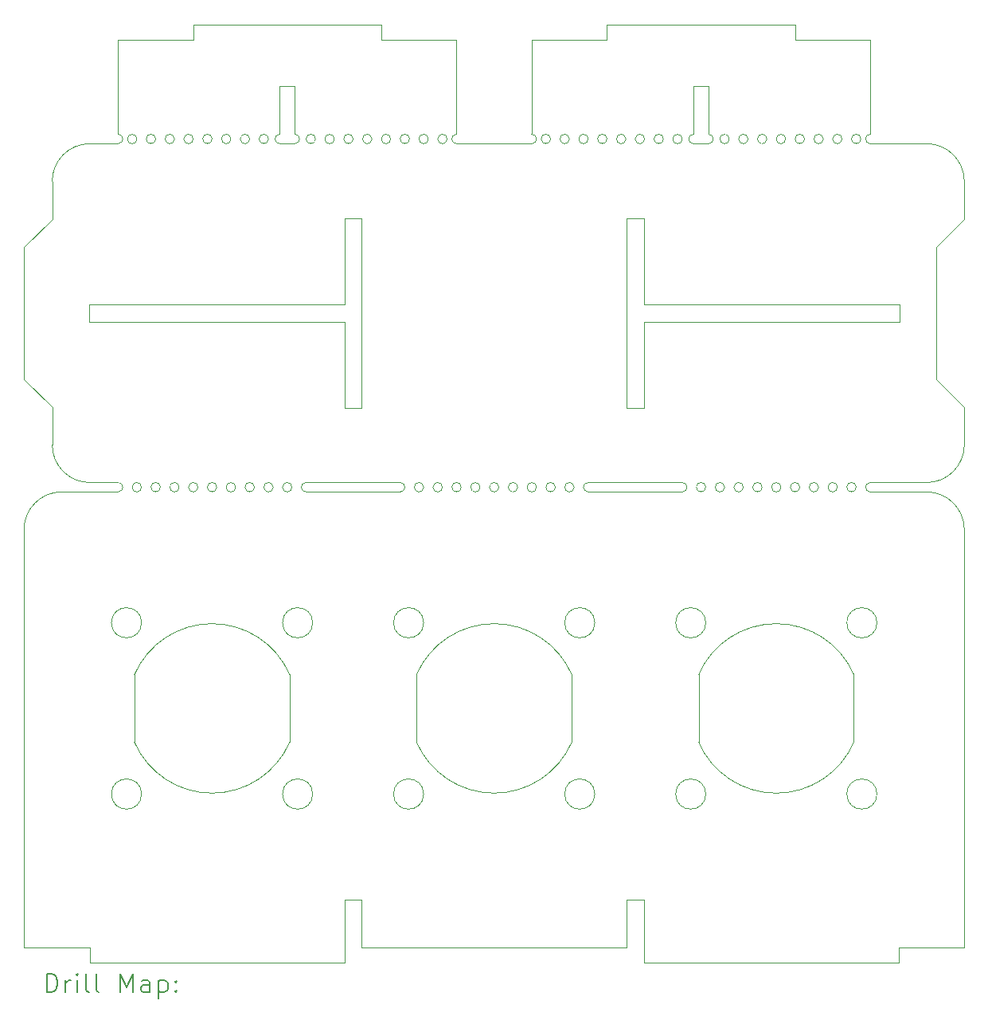
<source format=gbr>
%TF.GenerationSoftware,KiCad,Pcbnew,7.0.1-0*%
%TF.CreationDate,2023-04-27T22:29:53+08:00*%
%TF.ProjectId,antpanel,616e7470-616e-4656-9c2e-6b696361645f,Alpha 1*%
%TF.SameCoordinates,Original*%
%TF.FileFunction,Drillmap*%
%TF.FilePolarity,Positive*%
%FSLAX45Y45*%
G04 Gerber Fmt 4.5, Leading zero omitted, Abs format (unit mm)*
G04 Created by KiCad (PCBNEW 7.0.1-0) date 2023-04-27 22:29:53*
%MOMM*%
%LPD*%
G01*
G04 APERTURE LIST*
%ADD10C,0.100000*%
%ADD11C,0.200000*%
G04 APERTURE END LIST*
D10*
X14000000Y-10000000D02*
X13000000Y-10000000D01*
X15650000Y-9950000D02*
G75*
G03*
X15650000Y-9950000I-50000J0D01*
G01*
X16410000Y-14840000D02*
X13590000Y-14840000D01*
X13900000Y-6250000D02*
G75*
G03*
X13900000Y-6250000I-50000J0D01*
G01*
X16410000Y-7090000D02*
X16410000Y-9110000D01*
X14250000Y-9950000D02*
G75*
G03*
X14250000Y-9950000I-50000J0D01*
G01*
X19310000Y-8010000D02*
X16590000Y-8010000D01*
X13590000Y-7090000D02*
X13590000Y-9110000D01*
X11000000Y-5200000D02*
X11000000Y-6200000D01*
X16000000Y-6250000D02*
G75*
G03*
X16000000Y-6250000I-50000J0D01*
G01*
X10700000Y-6300000D02*
G75*
G03*
X10300000Y-6700000I0J-400000D01*
G01*
X13300000Y-6250000D02*
G75*
G03*
X13300000Y-6250000I-50000J0D01*
G01*
X15400000Y-5200000D02*
X15400000Y-6200000D01*
X14650000Y-9950000D02*
G75*
G03*
X14650000Y-9950000I-50000J0D01*
G01*
X12050000Y-9950000D02*
G75*
G03*
X12050000Y-9950000I-50000J0D01*
G01*
X18200000Y-5200000D02*
X18200000Y-5040000D01*
X17000000Y-9900000D02*
X16000000Y-9900000D01*
X14600000Y-6300000D02*
X15400000Y-6300000D01*
X19000000Y-5200000D02*
X19000000Y-6200000D01*
X10000000Y-8800000D02*
X10300000Y-9100000D01*
X17000000Y-6250000D02*
G75*
G03*
X17000000Y-6250000I-50000J0D01*
G01*
X17650000Y-9950000D02*
G75*
G03*
X17650000Y-9950000I-50000J0D01*
G01*
X10690000Y-8010000D02*
X10690000Y-8190000D01*
X16590000Y-7090000D02*
X16410000Y-7090000D01*
X13410000Y-9110000D02*
X13410000Y-8190000D01*
X12825000Y-11940000D02*
X12825000Y-12660000D01*
X17250000Y-11390000D02*
G75*
G03*
X17250000Y-11390000I-160000J0D01*
G01*
X16200000Y-5040000D02*
X16200000Y-5200000D01*
X15850000Y-9950000D02*
G75*
G03*
X15850000Y-9950000I-50000J0D01*
G01*
X20000000Y-6700000D02*
G75*
G03*
X19600000Y-6300000I-400000J0D01*
G01*
X13000000Y-9900000D02*
X14000000Y-9900000D01*
X12200000Y-6250000D02*
G75*
G03*
X12200000Y-6250000I-50000J0D01*
G01*
X13410000Y-8190000D02*
X10690000Y-8190000D01*
X10700000Y-6300000D02*
X11000000Y-6300000D01*
X11000000Y-6300000D02*
G75*
G03*
X11000000Y-6200000I0J50000D01*
G01*
X19000000Y-9900000D02*
G75*
G03*
X19000000Y-10000000I0J-50000D01*
G01*
X13410000Y-15000000D02*
X10700000Y-15000000D01*
X13410000Y-15000000D02*
X13410000Y-14330000D01*
X16590000Y-9110000D02*
X16590000Y-8190000D01*
X11175000Y-12660000D02*
G75*
G03*
X12825000Y-12660000I825000J360000D01*
G01*
X10700000Y-9900000D02*
X11000000Y-9900000D01*
X12825000Y-11940000D02*
G75*
G03*
X11175000Y-11940000I-825000J-360000D01*
G01*
X17700000Y-6250000D02*
G75*
G03*
X17700000Y-6250000I-50000J0D01*
G01*
X16400000Y-6250000D02*
G75*
G03*
X16400000Y-6250000I-50000J0D01*
G01*
X17250000Y-13210000D02*
G75*
G03*
X17250000Y-13210000I-160000J0D01*
G01*
X14250000Y-11390000D02*
G75*
G03*
X14250000Y-11390000I-160000J0D01*
G01*
X13700000Y-6250000D02*
G75*
G03*
X13700000Y-6250000I-50000J0D01*
G01*
X11850000Y-9950000D02*
G75*
G03*
X11850000Y-9950000I-50000J0D01*
G01*
X20000000Y-9500000D02*
X20000000Y-9100000D01*
X16600000Y-6250000D02*
G75*
G03*
X16600000Y-6250000I-50000J0D01*
G01*
X18250000Y-9950000D02*
G75*
G03*
X18250000Y-9950000I-50000J0D01*
G01*
X17900000Y-6250000D02*
G75*
G03*
X17900000Y-6250000I-50000J0D01*
G01*
X11450000Y-9950000D02*
G75*
G03*
X11450000Y-9950000I-50000J0D01*
G01*
X18500000Y-6250000D02*
G75*
G03*
X18500000Y-6250000I-50000J0D01*
G01*
X18050000Y-9950000D02*
G75*
G03*
X18050000Y-9950000I-50000J0D01*
G01*
X19700000Y-8800000D02*
X20000000Y-9100000D01*
X10400000Y-10000000D02*
G75*
G03*
X10000000Y-10400000I0J-400000D01*
G01*
X12720000Y-6200000D02*
X12720000Y-5690000D01*
X10300000Y-9500000D02*
G75*
G03*
X10700000Y-9900000I400000J0D01*
G01*
X13100000Y-6250000D02*
G75*
G03*
X13100000Y-6250000I-50000J0D01*
G01*
X19600000Y-6300000D02*
X19000000Y-6300000D01*
X18700000Y-6250000D02*
G75*
G03*
X18700000Y-6250000I-50000J0D01*
G01*
X19600000Y-9900000D02*
G75*
G03*
X20000000Y-9500000I0J400000D01*
G01*
X11250000Y-11390000D02*
G75*
G03*
X11250000Y-11390000I-160000J0D01*
G01*
X15400000Y-5200000D02*
X16200000Y-5200000D01*
X17175000Y-12660000D02*
G75*
G03*
X18825000Y-12660000I825000J360000D01*
G01*
X11250000Y-9950000D02*
G75*
G03*
X11250000Y-9950000I-50000J0D01*
G01*
X10700000Y-14840000D02*
X10000000Y-14840000D01*
X12880000Y-6300000D02*
G75*
G03*
X12880000Y-6200000I0J50000D01*
G01*
X11800000Y-6250000D02*
G75*
G03*
X11800000Y-6250000I-50000J0D01*
G01*
X14850000Y-9950000D02*
G75*
G03*
X14850000Y-9950000I-50000J0D01*
G01*
X13800000Y-5200000D02*
X13800000Y-5040000D01*
X18850000Y-9950000D02*
G75*
G03*
X18850000Y-9950000I-50000J0D01*
G01*
X19070000Y-13210000D02*
G75*
G03*
X19070000Y-13210000I-160000J0D01*
G01*
X11800000Y-5040000D02*
X13800000Y-5040000D01*
X15825000Y-11940000D02*
X15825000Y-12660000D01*
X13070000Y-11390000D02*
G75*
G03*
X13070000Y-11390000I-160000J0D01*
G01*
X15400000Y-6300000D02*
G75*
G03*
X15400000Y-6200000I0J50000D01*
G01*
X12720000Y-6300000D02*
X12880000Y-6300000D01*
X10300000Y-9500000D02*
X10300000Y-9100000D01*
X16410000Y-14330000D02*
X16590000Y-14330000D01*
X19000000Y-10000000D02*
X19600000Y-10000000D01*
X14175000Y-12660000D02*
G75*
G03*
X15825000Y-12660000I825000J360000D01*
G01*
X11000000Y-10000000D02*
G75*
G03*
X11000000Y-9900000I0J50000D01*
G01*
X10700000Y-15000000D02*
X10700000Y-14840000D01*
X17500000Y-6250000D02*
G75*
G03*
X17500000Y-6250000I-50000J0D01*
G01*
X12450000Y-9950000D02*
G75*
G03*
X12450000Y-9950000I-50000J0D01*
G01*
X10300000Y-7100000D02*
X10300000Y-6700000D01*
X15250000Y-9950000D02*
G75*
G03*
X15250000Y-9950000I-50000J0D01*
G01*
X14100000Y-6250000D02*
G75*
G03*
X14100000Y-6250000I-50000J0D01*
G01*
X16590000Y-15000000D02*
X16590000Y-14330000D01*
X16200000Y-5040000D02*
X18200000Y-5040000D01*
X16070000Y-13210000D02*
G75*
G03*
X16070000Y-13210000I-160000J0D01*
G01*
X17120000Y-6200000D02*
G75*
G03*
X17120000Y-6300000I0J-50000D01*
G01*
X16410000Y-14840000D02*
X16410000Y-14330000D01*
X12720000Y-5690000D02*
X12880000Y-5690000D01*
X17250000Y-9950000D02*
G75*
G03*
X17250000Y-9950000I-50000J0D01*
G01*
X11400000Y-6250000D02*
G75*
G03*
X11400000Y-6250000I-50000J0D01*
G01*
X17175000Y-12660000D02*
X17175000Y-11940000D01*
X19700000Y-7400000D02*
X20000000Y-7100000D01*
X14600000Y-5200000D02*
X13800000Y-5200000D01*
X18825000Y-11940000D02*
X18825000Y-12660000D01*
X12400000Y-6250000D02*
G75*
G03*
X12400000Y-6250000I-50000J0D01*
G01*
X10000000Y-14840000D02*
X10000000Y-10400000D01*
X14500000Y-6250000D02*
G75*
G03*
X14500000Y-6250000I-50000J0D01*
G01*
X12850000Y-9950000D02*
G75*
G03*
X12850000Y-9950000I-50000J0D01*
G01*
X17000000Y-10000000D02*
G75*
G03*
X17000000Y-9900000I0J50000D01*
G01*
X19000000Y-6200000D02*
G75*
G03*
X19000000Y-6300000I0J-50000D01*
G01*
X19000000Y-9900000D02*
X19600000Y-9900000D01*
X13590000Y-9110000D02*
X13410000Y-9110000D01*
X17280000Y-6300000D02*
G75*
G03*
X17280000Y-6200000I0J50000D01*
G01*
X11650000Y-9950000D02*
G75*
G03*
X11650000Y-9950000I-50000J0D01*
G01*
X18900000Y-6250000D02*
G75*
G03*
X18900000Y-6250000I-50000J0D01*
G01*
X14450000Y-9950000D02*
G75*
G03*
X14450000Y-9950000I-50000J0D01*
G01*
X16070000Y-11390000D02*
G75*
G03*
X16070000Y-11390000I-160000J0D01*
G01*
X12880000Y-6200000D02*
X12880000Y-5690000D01*
X12650000Y-9950000D02*
G75*
G03*
X12650000Y-9950000I-50000J0D01*
G01*
X14600000Y-6200000D02*
G75*
G03*
X14600000Y-6300000I0J-50000D01*
G01*
X19070000Y-11390000D02*
G75*
G03*
X19070000Y-11390000I-160000J0D01*
G01*
X16800000Y-6250000D02*
G75*
G03*
X16800000Y-6250000I-50000J0D01*
G01*
X13410000Y-14330000D02*
X13590000Y-14330000D01*
X13410000Y-8010000D02*
X13410000Y-7090000D01*
X17280000Y-6200000D02*
X17280000Y-5690000D01*
X14300000Y-6250000D02*
G75*
G03*
X14300000Y-6250000I-50000J0D01*
G01*
X10400000Y-10000000D02*
X11000000Y-10000000D01*
X17120000Y-6200000D02*
X17120000Y-5690000D01*
X14600000Y-5200000D02*
X14600000Y-6200000D01*
X20000000Y-10400000D02*
X20000000Y-14840000D01*
X14000000Y-10000000D02*
G75*
G03*
X14000000Y-9900000I0J50000D01*
G01*
X11800000Y-5040000D02*
X11800000Y-5200000D01*
X19300000Y-15000000D02*
X19300000Y-14840000D01*
X13070000Y-13210000D02*
G75*
G03*
X13070000Y-13210000I-160000J0D01*
G01*
X11200000Y-6250000D02*
G75*
G03*
X11200000Y-6250000I-50000J0D01*
G01*
X10000000Y-8800000D02*
X10000000Y-7400000D01*
X19000000Y-5200000D02*
X18200000Y-5200000D01*
X11250000Y-13210000D02*
G75*
G03*
X11250000Y-13210000I-160000J0D01*
G01*
X20000000Y-10400000D02*
G75*
G03*
X19600000Y-10000000I-400000J0D01*
G01*
X16410000Y-9110000D02*
X16590000Y-9110000D01*
X20000000Y-14840000D02*
X19300000Y-14840000D01*
X10300000Y-7100000D02*
X10000000Y-7400000D01*
X20000000Y-7100000D02*
X20000000Y-6700000D01*
X11000000Y-5200000D02*
X11800000Y-5200000D01*
X12600000Y-6250000D02*
G75*
G03*
X12600000Y-6250000I-50000J0D01*
G01*
X15600000Y-6250000D02*
G75*
G03*
X15600000Y-6250000I-50000J0D01*
G01*
X15050000Y-9950000D02*
G75*
G03*
X15050000Y-9950000I-50000J0D01*
G01*
X12000000Y-6250000D02*
G75*
G03*
X12000000Y-6250000I-50000J0D01*
G01*
X13410000Y-7090000D02*
X13590000Y-7090000D01*
X16200000Y-6250000D02*
G75*
G03*
X16200000Y-6250000I-50000J0D01*
G01*
X18650000Y-9950000D02*
G75*
G03*
X18650000Y-9950000I-50000J0D01*
G01*
X17450000Y-9950000D02*
G75*
G03*
X17450000Y-9950000I-50000J0D01*
G01*
X12720000Y-6200000D02*
G75*
G03*
X12720000Y-6300000I0J-50000D01*
G01*
X18450000Y-9950000D02*
G75*
G03*
X18450000Y-9950000I-50000J0D01*
G01*
X13590000Y-14840000D02*
X13590000Y-14330000D01*
X10690000Y-8010000D02*
X13410000Y-8010000D01*
X18300000Y-6250000D02*
G75*
G03*
X18300000Y-6250000I-50000J0D01*
G01*
X17850000Y-9950000D02*
G75*
G03*
X17850000Y-9950000I-50000J0D01*
G01*
X16590000Y-8010000D02*
X16590000Y-7090000D01*
X18100000Y-6250000D02*
G75*
G03*
X18100000Y-6250000I-50000J0D01*
G01*
X11600000Y-6250000D02*
G75*
G03*
X11600000Y-6250000I-50000J0D01*
G01*
X16590000Y-15000000D02*
X19300000Y-15000000D01*
X15450000Y-9950000D02*
G75*
G03*
X15450000Y-9950000I-50000J0D01*
G01*
X17120000Y-6300000D02*
X17280000Y-6300000D01*
X14250000Y-13210000D02*
G75*
G03*
X14250000Y-13210000I-160000J0D01*
G01*
X15825000Y-11940000D02*
G75*
G03*
X14175000Y-11940000I-825000J-360000D01*
G01*
X18825000Y-11940000D02*
G75*
G03*
X17175000Y-11940000I-825000J-360000D01*
G01*
X13000000Y-9900000D02*
G75*
G03*
X13000000Y-10000000I0J-50000D01*
G01*
X19310000Y-8190000D02*
X19310000Y-8010000D01*
X15800000Y-6250000D02*
G75*
G03*
X15800000Y-6250000I-50000J0D01*
G01*
X17120000Y-5690000D02*
X17280000Y-5690000D01*
X16000000Y-9900000D02*
G75*
G03*
X16000000Y-10000000I0J-50000D01*
G01*
X19700000Y-8800000D02*
X19700000Y-7400000D01*
X16590000Y-8190000D02*
X19310000Y-8190000D01*
X13500000Y-6250000D02*
G75*
G03*
X13500000Y-6250000I-50000J0D01*
G01*
X11175000Y-12660000D02*
X11175000Y-11940000D01*
X12250000Y-9950000D02*
G75*
G03*
X12250000Y-9950000I-50000J0D01*
G01*
X16000000Y-10000000D02*
X17000000Y-10000000D01*
X14175000Y-12660000D02*
X14175000Y-11940000D01*
D11*
X10242619Y-15317524D02*
X10242619Y-15117524D01*
X10242619Y-15117524D02*
X10290238Y-15117524D01*
X10290238Y-15117524D02*
X10318810Y-15127048D01*
X10318810Y-15127048D02*
X10337857Y-15146095D01*
X10337857Y-15146095D02*
X10347381Y-15165143D01*
X10347381Y-15165143D02*
X10356905Y-15203238D01*
X10356905Y-15203238D02*
X10356905Y-15231809D01*
X10356905Y-15231809D02*
X10347381Y-15269905D01*
X10347381Y-15269905D02*
X10337857Y-15288952D01*
X10337857Y-15288952D02*
X10318810Y-15308000D01*
X10318810Y-15308000D02*
X10290238Y-15317524D01*
X10290238Y-15317524D02*
X10242619Y-15317524D01*
X10442619Y-15317524D02*
X10442619Y-15184190D01*
X10442619Y-15222286D02*
X10452143Y-15203238D01*
X10452143Y-15203238D02*
X10461667Y-15193714D01*
X10461667Y-15193714D02*
X10480714Y-15184190D01*
X10480714Y-15184190D02*
X10499762Y-15184190D01*
X10566429Y-15317524D02*
X10566429Y-15184190D01*
X10566429Y-15117524D02*
X10556905Y-15127048D01*
X10556905Y-15127048D02*
X10566429Y-15136571D01*
X10566429Y-15136571D02*
X10575952Y-15127048D01*
X10575952Y-15127048D02*
X10566429Y-15117524D01*
X10566429Y-15117524D02*
X10566429Y-15136571D01*
X10690238Y-15317524D02*
X10671190Y-15308000D01*
X10671190Y-15308000D02*
X10661667Y-15288952D01*
X10661667Y-15288952D02*
X10661667Y-15117524D01*
X10795000Y-15317524D02*
X10775952Y-15308000D01*
X10775952Y-15308000D02*
X10766429Y-15288952D01*
X10766429Y-15288952D02*
X10766429Y-15117524D01*
X11023571Y-15317524D02*
X11023571Y-15117524D01*
X11023571Y-15117524D02*
X11090238Y-15260381D01*
X11090238Y-15260381D02*
X11156905Y-15117524D01*
X11156905Y-15117524D02*
X11156905Y-15317524D01*
X11337857Y-15317524D02*
X11337857Y-15212762D01*
X11337857Y-15212762D02*
X11328333Y-15193714D01*
X11328333Y-15193714D02*
X11309286Y-15184190D01*
X11309286Y-15184190D02*
X11271190Y-15184190D01*
X11271190Y-15184190D02*
X11252143Y-15193714D01*
X11337857Y-15308000D02*
X11318809Y-15317524D01*
X11318809Y-15317524D02*
X11271190Y-15317524D01*
X11271190Y-15317524D02*
X11252143Y-15308000D01*
X11252143Y-15308000D02*
X11242619Y-15288952D01*
X11242619Y-15288952D02*
X11242619Y-15269905D01*
X11242619Y-15269905D02*
X11252143Y-15250857D01*
X11252143Y-15250857D02*
X11271190Y-15241333D01*
X11271190Y-15241333D02*
X11318809Y-15241333D01*
X11318809Y-15241333D02*
X11337857Y-15231809D01*
X11433095Y-15184190D02*
X11433095Y-15384190D01*
X11433095Y-15193714D02*
X11452143Y-15184190D01*
X11452143Y-15184190D02*
X11490238Y-15184190D01*
X11490238Y-15184190D02*
X11509286Y-15193714D01*
X11509286Y-15193714D02*
X11518809Y-15203238D01*
X11518809Y-15203238D02*
X11528333Y-15222286D01*
X11528333Y-15222286D02*
X11528333Y-15279428D01*
X11528333Y-15279428D02*
X11518809Y-15298476D01*
X11518809Y-15298476D02*
X11509286Y-15308000D01*
X11509286Y-15308000D02*
X11490238Y-15317524D01*
X11490238Y-15317524D02*
X11452143Y-15317524D01*
X11452143Y-15317524D02*
X11433095Y-15308000D01*
X11614048Y-15298476D02*
X11623571Y-15308000D01*
X11623571Y-15308000D02*
X11614048Y-15317524D01*
X11614048Y-15317524D02*
X11604524Y-15308000D01*
X11604524Y-15308000D02*
X11614048Y-15298476D01*
X11614048Y-15298476D02*
X11614048Y-15317524D01*
X11614048Y-15193714D02*
X11623571Y-15203238D01*
X11623571Y-15203238D02*
X11614048Y-15212762D01*
X11614048Y-15212762D02*
X11604524Y-15203238D01*
X11604524Y-15203238D02*
X11614048Y-15193714D01*
X11614048Y-15193714D02*
X11614048Y-15212762D01*
M02*

</source>
